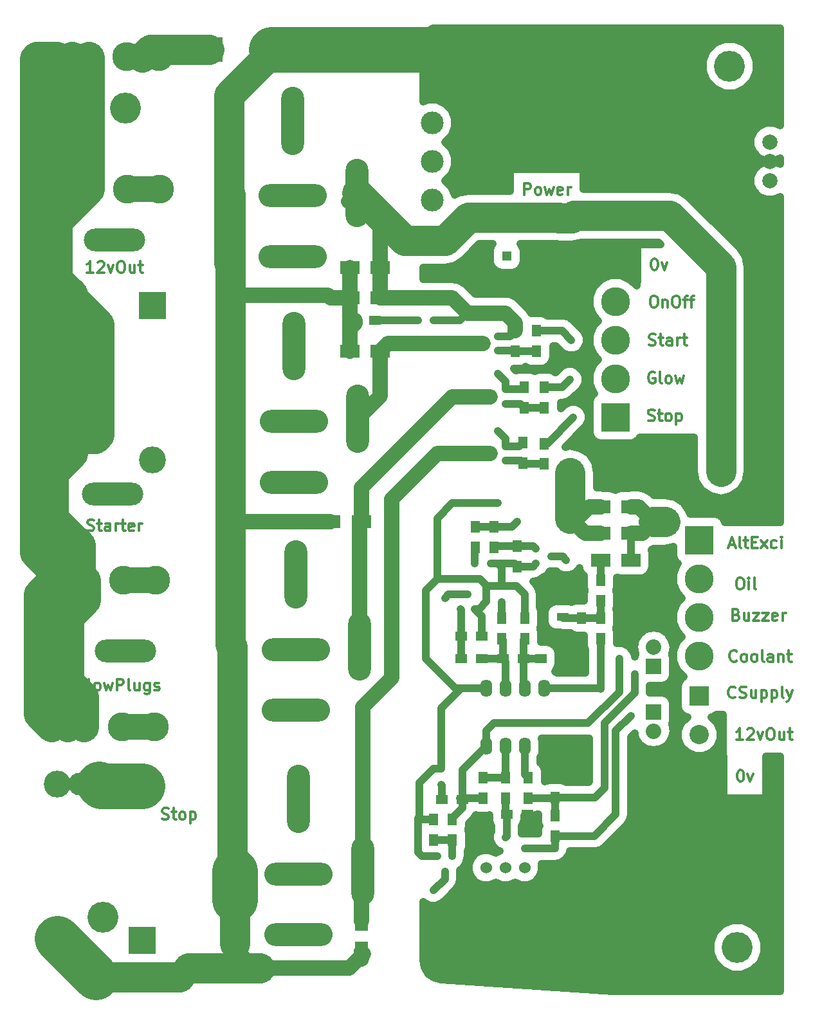
<source format=gbr>
G04 #@! TF.FileFunction,Copper,L1,Top,Signal*
%FSLAX46Y46*%
G04 Gerber Fmt 4.6, Leading zero omitted, Abs format (unit mm)*
G04 Created by KiCad (PCBNEW 4.0.6) date Saturday, 02 July 2022 'AMt' 09:59:53*
%MOMM*%
%LPD*%
G01*
G04 APERTURE LIST*
%ADD10C,0.100000*%
%ADD11C,0.300000*%
%ADD12R,1.250000X1.500000*%
%ADD13C,1.300000*%
%ADD14R,1.300000X1.300000*%
%ADD15R,3.600000X3.200000*%
%ADD16R,1.500000X1.300000*%
%ADD17R,1.300000X1.500000*%
%ADD18C,1.998980*%
%ADD19O,1.600000X2.300000*%
%ADD20O,8.000000X3.000000*%
%ADD21C,3.000000*%
%ADD22C,3.540760*%
%ADD23R,3.540760X3.540760*%
%ADD24O,3.000000X9.000000*%
%ADD25O,9.000000X3.000000*%
%ADD26C,3.810000*%
%ADD27R,3.810000X3.810000*%
%ADD28C,2.000000*%
%ADD29C,1.524000*%
%ADD30R,2.032000X2.032000*%
%ADD31O,2.032000X2.032000*%
%ADD32R,1.600000X1.000000*%
%ADD33R,0.900000X0.800000*%
%ADD34R,2.500000X1.800000*%
%ADD35R,0.800000X0.900000*%
%ADD36R,1.800000X2.500000*%
%ADD37C,3.800000*%
%ADD38R,3.000000X3.500000*%
%ADD39R,2.540000X2.540000*%
%ADD40C,2.540000*%
%ADD41C,10.000000*%
%ADD42C,4.064000*%
%ADD43C,1.000000*%
%ADD44C,4.000000*%
%ADD45C,6.000000*%
%ADD46C,1.000000*%
%ADD47C,2.000000*%
G04 APERTURE END LIST*
D10*
D11*
X93450001Y40164286D02*
X93378572Y40092857D01*
X93164286Y40021429D01*
X93021429Y40021429D01*
X92807144Y40092857D01*
X92664286Y40235714D01*
X92592858Y40378571D01*
X92521429Y40664286D01*
X92521429Y40878571D01*
X92592858Y41164286D01*
X92664286Y41307143D01*
X92807144Y41450000D01*
X93021429Y41521429D01*
X93164286Y41521429D01*
X93378572Y41450000D01*
X93450001Y41378571D01*
X94021429Y40092857D02*
X94235715Y40021429D01*
X94592858Y40021429D01*
X94735715Y40092857D01*
X94807144Y40164286D01*
X94878572Y40307143D01*
X94878572Y40450000D01*
X94807144Y40592857D01*
X94735715Y40664286D01*
X94592858Y40735714D01*
X94307144Y40807143D01*
X94164286Y40878571D01*
X94092858Y40950000D01*
X94021429Y41092857D01*
X94021429Y41235714D01*
X94092858Y41378571D01*
X94164286Y41450000D01*
X94307144Y41521429D01*
X94664286Y41521429D01*
X94878572Y41450000D01*
X96164286Y41021429D02*
X96164286Y40021429D01*
X95521429Y41021429D02*
X95521429Y40235714D01*
X95592857Y40092857D01*
X95735715Y40021429D01*
X95950000Y40021429D01*
X96092857Y40092857D01*
X96164286Y40164286D01*
X96878572Y41021429D02*
X96878572Y39521429D01*
X96878572Y40950000D02*
X97021429Y41021429D01*
X97307143Y41021429D01*
X97450000Y40950000D01*
X97521429Y40878571D01*
X97592858Y40735714D01*
X97592858Y40307143D01*
X97521429Y40164286D01*
X97450000Y40092857D01*
X97307143Y40021429D01*
X97021429Y40021429D01*
X96878572Y40092857D01*
X98235715Y41021429D02*
X98235715Y39521429D01*
X98235715Y40950000D02*
X98378572Y41021429D01*
X98664286Y41021429D01*
X98807143Y40950000D01*
X98878572Y40878571D01*
X98950001Y40735714D01*
X98950001Y40307143D01*
X98878572Y40164286D01*
X98807143Y40092857D01*
X98664286Y40021429D01*
X98378572Y40021429D01*
X98235715Y40092857D01*
X99807144Y40021429D02*
X99664286Y40092857D01*
X99592858Y40235714D01*
X99592858Y41521429D01*
X100235715Y41021429D02*
X100592858Y40021429D01*
X100950000Y41021429D02*
X100592858Y40021429D01*
X100450000Y39664286D01*
X100378572Y39592857D01*
X100235715Y39521429D01*
X7628571Y42450000D02*
X7485714Y42521429D01*
X7271428Y42521429D01*
X7057143Y42450000D01*
X6914285Y42307143D01*
X6842857Y42164286D01*
X6771428Y41878571D01*
X6771428Y41664286D01*
X6842857Y41378571D01*
X6914285Y41235714D01*
X7057143Y41092857D01*
X7271428Y41021429D01*
X7414285Y41021429D01*
X7628571Y41092857D01*
X7700000Y41164286D01*
X7700000Y41664286D01*
X7414285Y41664286D01*
X8557143Y41021429D02*
X8414285Y41092857D01*
X8342857Y41235714D01*
X8342857Y42521429D01*
X9342857Y41021429D02*
X9199999Y41092857D01*
X9128571Y41164286D01*
X9057142Y41307143D01*
X9057142Y41735714D01*
X9128571Y41878571D01*
X9199999Y41950000D01*
X9342857Y42021429D01*
X9557142Y42021429D01*
X9699999Y41950000D01*
X9771428Y41878571D01*
X9842857Y41735714D01*
X9842857Y41307143D01*
X9771428Y41164286D01*
X9699999Y41092857D01*
X9557142Y41021429D01*
X9342857Y41021429D01*
X10342857Y42021429D02*
X10628571Y41021429D01*
X10914285Y41735714D01*
X11200000Y41021429D01*
X11485714Y42021429D01*
X12057143Y41021429D02*
X12057143Y42521429D01*
X12628571Y42521429D01*
X12771429Y42450000D01*
X12842857Y42378571D01*
X12914286Y42235714D01*
X12914286Y42021429D01*
X12842857Y41878571D01*
X12771429Y41807143D01*
X12628571Y41735714D01*
X12057143Y41735714D01*
X13771429Y41021429D02*
X13628571Y41092857D01*
X13557143Y41235714D01*
X13557143Y42521429D01*
X14985714Y42021429D02*
X14985714Y41021429D01*
X14342857Y42021429D02*
X14342857Y41235714D01*
X14414285Y41092857D01*
X14557143Y41021429D01*
X14771428Y41021429D01*
X14914285Y41092857D01*
X14985714Y41164286D01*
X16342857Y42021429D02*
X16342857Y40807143D01*
X16271428Y40664286D01*
X16200000Y40592857D01*
X16057143Y40521429D01*
X15842857Y40521429D01*
X15700000Y40592857D01*
X16342857Y41092857D02*
X16200000Y41021429D01*
X15914286Y41021429D01*
X15771428Y41092857D01*
X15700000Y41164286D01*
X15628571Y41307143D01*
X15628571Y41735714D01*
X15700000Y41878571D01*
X15771428Y41950000D01*
X15914286Y42021429D01*
X16200000Y42021429D01*
X16342857Y41950000D01*
X16985714Y41092857D02*
X17128571Y41021429D01*
X17414286Y41021429D01*
X17557143Y41092857D01*
X17628571Y41235714D01*
X17628571Y41307143D01*
X17557143Y41450000D01*
X17414286Y41521429D01*
X17200000Y41521429D01*
X17057143Y41592857D01*
X16985714Y41735714D01*
X16985714Y41807143D01*
X17057143Y41950000D01*
X17200000Y42021429D01*
X17414286Y42021429D01*
X17557143Y41950000D01*
X82732143Y97871429D02*
X82875000Y97871429D01*
X83017857Y97800000D01*
X83089286Y97728571D01*
X83160715Y97585714D01*
X83232143Y97300000D01*
X83232143Y96942857D01*
X83160715Y96657143D01*
X83089286Y96514286D01*
X83017857Y96442857D01*
X82875000Y96371429D01*
X82732143Y96371429D01*
X82589286Y96442857D01*
X82517857Y96514286D01*
X82446429Y96657143D01*
X82375000Y96942857D01*
X82375000Y97300000D01*
X82446429Y97585714D01*
X82517857Y97728571D01*
X82589286Y97800000D01*
X82732143Y97871429D01*
X83732143Y97371429D02*
X84089286Y96371429D01*
X84446428Y97371429D01*
X17985714Y24092857D02*
X18200000Y24021429D01*
X18557143Y24021429D01*
X18700000Y24092857D01*
X18771429Y24164286D01*
X18842857Y24307143D01*
X18842857Y24450000D01*
X18771429Y24592857D01*
X18700000Y24664286D01*
X18557143Y24735714D01*
X18271429Y24807143D01*
X18128571Y24878571D01*
X18057143Y24950000D01*
X17985714Y25092857D01*
X17985714Y25235714D01*
X18057143Y25378571D01*
X18128571Y25450000D01*
X18271429Y25521429D01*
X18628571Y25521429D01*
X18842857Y25450000D01*
X19271428Y25021429D02*
X19842857Y25021429D01*
X19485714Y25521429D02*
X19485714Y24235714D01*
X19557142Y24092857D01*
X19700000Y24021429D01*
X19842857Y24021429D01*
X20557143Y24021429D02*
X20414285Y24092857D01*
X20342857Y24164286D01*
X20271428Y24307143D01*
X20271428Y24735714D01*
X20342857Y24878571D01*
X20414285Y24950000D01*
X20557143Y25021429D01*
X20771428Y25021429D01*
X20914285Y24950000D01*
X20985714Y24878571D01*
X21057143Y24735714D01*
X21057143Y24307143D01*
X20985714Y24164286D01*
X20914285Y24092857D01*
X20771428Y24021429D01*
X20557143Y24021429D01*
X21700000Y25021429D02*
X21700000Y23521429D01*
X21700000Y24950000D02*
X21842857Y25021429D01*
X22128571Y25021429D01*
X22271428Y24950000D01*
X22342857Y24878571D01*
X22414286Y24735714D01*
X22414286Y24307143D01*
X22342857Y24164286D01*
X22271428Y24092857D01*
X22128571Y24021429D01*
X21842857Y24021429D01*
X21700000Y24092857D01*
X8164286Y62092857D02*
X8378572Y62021429D01*
X8735715Y62021429D01*
X8878572Y62092857D01*
X8950001Y62164286D01*
X9021429Y62307143D01*
X9021429Y62450000D01*
X8950001Y62592857D01*
X8878572Y62664286D01*
X8735715Y62735714D01*
X8450001Y62807143D01*
X8307143Y62878571D01*
X8235715Y62950000D01*
X8164286Y63092857D01*
X8164286Y63235714D01*
X8235715Y63378571D01*
X8307143Y63450000D01*
X8450001Y63521429D01*
X8807143Y63521429D01*
X9021429Y63450000D01*
X9450000Y63021429D02*
X10021429Y63021429D01*
X9664286Y63521429D02*
X9664286Y62235714D01*
X9735714Y62092857D01*
X9878572Y62021429D01*
X10021429Y62021429D01*
X11164286Y62021429D02*
X11164286Y62807143D01*
X11092857Y62950000D01*
X10950000Y63021429D01*
X10664286Y63021429D01*
X10521429Y62950000D01*
X11164286Y62092857D02*
X11021429Y62021429D01*
X10664286Y62021429D01*
X10521429Y62092857D01*
X10450000Y62235714D01*
X10450000Y62378571D01*
X10521429Y62521429D01*
X10664286Y62592857D01*
X11021429Y62592857D01*
X11164286Y62664286D01*
X11878572Y62021429D02*
X11878572Y63021429D01*
X11878572Y62735714D02*
X11950000Y62878571D01*
X12021429Y62950000D01*
X12164286Y63021429D01*
X12307143Y63021429D01*
X12592857Y63021429D02*
X13164286Y63021429D01*
X12807143Y63521429D02*
X12807143Y62235714D01*
X12878571Y62092857D01*
X13021429Y62021429D01*
X13164286Y62021429D01*
X14235714Y62092857D02*
X14092857Y62021429D01*
X13807143Y62021429D01*
X13664286Y62092857D01*
X13592857Y62235714D01*
X13592857Y62807143D01*
X13664286Y62950000D01*
X13807143Y63021429D01*
X14092857Y63021429D01*
X14235714Y62950000D01*
X14307143Y62807143D01*
X14307143Y62664286D01*
X13592857Y62521429D01*
X14950000Y62021429D02*
X14950000Y63021429D01*
X14950000Y62735714D02*
X15021428Y62878571D01*
X15092857Y62950000D01*
X15235714Y63021429D01*
X15378571Y63021429D01*
X8950000Y96021429D02*
X8092857Y96021429D01*
X8521429Y96021429D02*
X8521429Y97521429D01*
X8378572Y97307143D01*
X8235714Y97164286D01*
X8092857Y97092857D01*
X9521428Y97378571D02*
X9592857Y97450000D01*
X9735714Y97521429D01*
X10092857Y97521429D01*
X10235714Y97450000D01*
X10307143Y97378571D01*
X10378571Y97235714D01*
X10378571Y97092857D01*
X10307143Y96878571D01*
X9450000Y96021429D01*
X10378571Y96021429D01*
X10878571Y97021429D02*
X11235714Y96021429D01*
X11592856Y97021429D01*
X12449999Y97521429D02*
X12735713Y97521429D01*
X12878571Y97450000D01*
X13021428Y97307143D01*
X13092856Y97021429D01*
X13092856Y96521429D01*
X13021428Y96235714D01*
X12878571Y96092857D01*
X12735713Y96021429D01*
X12449999Y96021429D01*
X12307142Y96092857D01*
X12164285Y96235714D01*
X12092856Y96521429D01*
X12092856Y97021429D01*
X12164285Y97307143D01*
X12307142Y97450000D01*
X12449999Y97521429D01*
X14378571Y97021429D02*
X14378571Y96021429D01*
X13735714Y97021429D02*
X13735714Y96235714D01*
X13807142Y96092857D01*
X13950000Y96021429D01*
X14164285Y96021429D01*
X14307142Y96092857D01*
X14378571Y96164286D01*
X14878571Y97021429D02*
X15450000Y97021429D01*
X15092857Y97521429D02*
X15092857Y96235714D01*
X15164285Y96092857D01*
X15307143Y96021429D01*
X15450000Y96021429D01*
X81960714Y76567857D02*
X82175000Y76496429D01*
X82532143Y76496429D01*
X82675000Y76567857D01*
X82746429Y76639286D01*
X82817857Y76782143D01*
X82817857Y76925000D01*
X82746429Y77067857D01*
X82675000Y77139286D01*
X82532143Y77210714D01*
X82246429Y77282143D01*
X82103571Y77353571D01*
X82032143Y77425000D01*
X81960714Y77567857D01*
X81960714Y77710714D01*
X82032143Y77853571D01*
X82103571Y77925000D01*
X82246429Y77996429D01*
X82603571Y77996429D01*
X82817857Y77925000D01*
X83246428Y77496429D02*
X83817857Y77496429D01*
X83460714Y77996429D02*
X83460714Y76710714D01*
X83532142Y76567857D01*
X83675000Y76496429D01*
X83817857Y76496429D01*
X84532143Y76496429D02*
X84389285Y76567857D01*
X84317857Y76639286D01*
X84246428Y76782143D01*
X84246428Y77210714D01*
X84317857Y77353571D01*
X84389285Y77425000D01*
X84532143Y77496429D01*
X84746428Y77496429D01*
X84889285Y77425000D01*
X84960714Y77353571D01*
X85032143Y77210714D01*
X85032143Y76782143D01*
X84960714Y76639286D01*
X84889285Y76567857D01*
X84746428Y76496429D01*
X84532143Y76496429D01*
X85675000Y77496429D02*
X85675000Y75996429D01*
X85675000Y77425000D02*
X85817857Y77496429D01*
X86103571Y77496429D01*
X86246428Y77425000D01*
X86317857Y77353571D01*
X86389286Y77210714D01*
X86389286Y76782143D01*
X86317857Y76639286D01*
X86246428Y76567857D01*
X86103571Y76496429D01*
X85817857Y76496429D01*
X85675000Y76567857D01*
X82835714Y82875000D02*
X82692857Y82946429D01*
X82478571Y82946429D01*
X82264286Y82875000D01*
X82121428Y82732143D01*
X82050000Y82589286D01*
X81978571Y82303571D01*
X81978571Y82089286D01*
X82050000Y81803571D01*
X82121428Y81660714D01*
X82264286Y81517857D01*
X82478571Y81446429D01*
X82621428Y81446429D01*
X82835714Y81517857D01*
X82907143Y81589286D01*
X82907143Y82089286D01*
X82621428Y82089286D01*
X83764286Y81446429D02*
X83621428Y81517857D01*
X83550000Y81660714D01*
X83550000Y82946429D01*
X84550000Y81446429D02*
X84407142Y81517857D01*
X84335714Y81589286D01*
X84264285Y81732143D01*
X84264285Y82160714D01*
X84335714Y82303571D01*
X84407142Y82375000D01*
X84550000Y82446429D01*
X84764285Y82446429D01*
X84907142Y82375000D01*
X84978571Y82303571D01*
X85050000Y82160714D01*
X85050000Y81732143D01*
X84978571Y81589286D01*
X84907142Y81517857D01*
X84764285Y81446429D01*
X84550000Y81446429D01*
X85550000Y82446429D02*
X85835714Y81446429D01*
X86121428Y82160714D01*
X86407143Y81446429D01*
X86692857Y82446429D01*
X82096429Y86492857D02*
X82310715Y86421429D01*
X82667858Y86421429D01*
X82810715Y86492857D01*
X82882144Y86564286D01*
X82953572Y86707143D01*
X82953572Y86850000D01*
X82882144Y86992857D01*
X82810715Y87064286D01*
X82667858Y87135714D01*
X82382144Y87207143D01*
X82239286Y87278571D01*
X82167858Y87350000D01*
X82096429Y87492857D01*
X82096429Y87635714D01*
X82167858Y87778571D01*
X82239286Y87850000D01*
X82382144Y87921429D01*
X82739286Y87921429D01*
X82953572Y87850000D01*
X83382143Y87421429D02*
X83953572Y87421429D01*
X83596429Y87921429D02*
X83596429Y86635714D01*
X83667857Y86492857D01*
X83810715Y86421429D01*
X83953572Y86421429D01*
X85096429Y86421429D02*
X85096429Y87207143D01*
X85025000Y87350000D01*
X84882143Y87421429D01*
X84596429Y87421429D01*
X84453572Y87350000D01*
X85096429Y86492857D02*
X84953572Y86421429D01*
X84596429Y86421429D01*
X84453572Y86492857D01*
X84382143Y86635714D01*
X84382143Y86778571D01*
X84453572Y86921429D01*
X84596429Y86992857D01*
X84953572Y86992857D01*
X85096429Y87064286D01*
X85810715Y86421429D02*
X85810715Y87421429D01*
X85810715Y87135714D02*
X85882143Y87278571D01*
X85953572Y87350000D01*
X86096429Y87421429D01*
X86239286Y87421429D01*
X86525000Y87421429D02*
X87096429Y87421429D01*
X86739286Y87921429D02*
X86739286Y86635714D01*
X86810714Y86492857D01*
X86953572Y86421429D01*
X87096429Y86421429D01*
X82585714Y92971429D02*
X82871428Y92971429D01*
X83014286Y92900000D01*
X83157143Y92757143D01*
X83228571Y92471429D01*
X83228571Y91971429D01*
X83157143Y91685714D01*
X83014286Y91542857D01*
X82871428Y91471429D01*
X82585714Y91471429D01*
X82442857Y91542857D01*
X82300000Y91685714D01*
X82228571Y91971429D01*
X82228571Y92471429D01*
X82300000Y92757143D01*
X82442857Y92900000D01*
X82585714Y92971429D01*
X83871429Y92471429D02*
X83871429Y91471429D01*
X83871429Y92328571D02*
X83942857Y92400000D01*
X84085715Y92471429D01*
X84300000Y92471429D01*
X84442857Y92400000D01*
X84514286Y92257143D01*
X84514286Y91471429D01*
X85514286Y92971429D02*
X85800000Y92971429D01*
X85942858Y92900000D01*
X86085715Y92757143D01*
X86157143Y92471429D01*
X86157143Y91971429D01*
X86085715Y91685714D01*
X85942858Y91542857D01*
X85800000Y91471429D01*
X85514286Y91471429D01*
X85371429Y91542857D01*
X85228572Y91685714D01*
X85157143Y91971429D01*
X85157143Y92471429D01*
X85228572Y92757143D01*
X85371429Y92900000D01*
X85514286Y92971429D01*
X86585715Y92471429D02*
X87157144Y92471429D01*
X86800001Y91471429D02*
X86800001Y92757143D01*
X86871429Y92900000D01*
X87014287Y92971429D01*
X87157144Y92971429D01*
X87442858Y92471429D02*
X88014287Y92471429D01*
X87657144Y91471429D02*
X87657144Y92757143D01*
X87728572Y92900000D01*
X87871430Y92971429D01*
X88014287Y92971429D01*
X65660715Y106271429D02*
X65660715Y107771429D01*
X66232143Y107771429D01*
X66375001Y107700000D01*
X66446429Y107628571D01*
X66517858Y107485714D01*
X66517858Y107271429D01*
X66446429Y107128571D01*
X66375001Y107057143D01*
X66232143Y106985714D01*
X65660715Y106985714D01*
X67375001Y106271429D02*
X67232143Y106342857D01*
X67160715Y106414286D01*
X67089286Y106557143D01*
X67089286Y106985714D01*
X67160715Y107128571D01*
X67232143Y107200000D01*
X67375001Y107271429D01*
X67589286Y107271429D01*
X67732143Y107200000D01*
X67803572Y107128571D01*
X67875001Y106985714D01*
X67875001Y106557143D01*
X67803572Y106414286D01*
X67732143Y106342857D01*
X67589286Y106271429D01*
X67375001Y106271429D01*
X68375001Y107271429D02*
X68660715Y106271429D01*
X68946429Y106985714D01*
X69232144Y106271429D01*
X69517858Y107271429D01*
X70660715Y106342857D02*
X70517858Y106271429D01*
X70232144Y106271429D01*
X70089287Y106342857D01*
X70017858Y106485714D01*
X70017858Y107057143D01*
X70089287Y107200000D01*
X70232144Y107271429D01*
X70517858Y107271429D01*
X70660715Y107200000D01*
X70732144Y107057143D01*
X70732144Y106914286D01*
X70017858Y106771429D01*
X71375001Y106271429D02*
X71375001Y107271429D01*
X71375001Y106985714D02*
X71446429Y107128571D01*
X71517858Y107200000D01*
X71660715Y107271429D01*
X71803572Y107271429D01*
X94057143Y30521429D02*
X94200000Y30521429D01*
X94342857Y30450000D01*
X94414286Y30378571D01*
X94485715Y30235714D01*
X94557143Y29950000D01*
X94557143Y29592857D01*
X94485715Y29307143D01*
X94414286Y29164286D01*
X94342857Y29092857D01*
X94200000Y29021429D01*
X94057143Y29021429D01*
X93914286Y29092857D01*
X93842857Y29164286D01*
X93771429Y29307143D01*
X93700000Y29592857D01*
X93700000Y29950000D01*
X93771429Y30235714D01*
X93842857Y30378571D01*
X93914286Y30450000D01*
X94057143Y30521429D01*
X95057143Y30021429D02*
X95414286Y29021429D01*
X95771428Y30021429D01*
X94450000Y34521429D02*
X93592857Y34521429D01*
X94021429Y34521429D02*
X94021429Y36021429D01*
X93878572Y35807143D01*
X93735714Y35664286D01*
X93592857Y35592857D01*
X95021428Y35878571D02*
X95092857Y35950000D01*
X95235714Y36021429D01*
X95592857Y36021429D01*
X95735714Y35950000D01*
X95807143Y35878571D01*
X95878571Y35735714D01*
X95878571Y35592857D01*
X95807143Y35378571D01*
X94950000Y34521429D01*
X95878571Y34521429D01*
X96378571Y35521429D02*
X96735714Y34521429D01*
X97092856Y35521429D01*
X97949999Y36021429D02*
X98235713Y36021429D01*
X98378571Y35950000D01*
X98521428Y35807143D01*
X98592856Y35521429D01*
X98592856Y35021429D01*
X98521428Y34735714D01*
X98378571Y34592857D01*
X98235713Y34521429D01*
X97949999Y34521429D01*
X97807142Y34592857D01*
X97664285Y34735714D01*
X97592856Y35021429D01*
X97592856Y35521429D01*
X97664285Y35807143D01*
X97807142Y35950000D01*
X97949999Y36021429D01*
X99878571Y35521429D02*
X99878571Y34521429D01*
X99235714Y35521429D02*
X99235714Y34735714D01*
X99307142Y34592857D01*
X99450000Y34521429D01*
X99664285Y34521429D01*
X99807142Y34592857D01*
X99878571Y34664286D01*
X100378571Y35521429D02*
X100950000Y35521429D01*
X100592857Y36021429D02*
X100592857Y34735714D01*
X100664285Y34592857D01*
X100807143Y34521429D01*
X100950000Y34521429D01*
X93628572Y44964286D02*
X93557143Y44892857D01*
X93342857Y44821429D01*
X93200000Y44821429D01*
X92985715Y44892857D01*
X92842857Y45035714D01*
X92771429Y45178571D01*
X92700000Y45464286D01*
X92700000Y45678571D01*
X92771429Y45964286D01*
X92842857Y46107143D01*
X92985715Y46250000D01*
X93200000Y46321429D01*
X93342857Y46321429D01*
X93557143Y46250000D01*
X93628572Y46178571D01*
X94485715Y44821429D02*
X94342857Y44892857D01*
X94271429Y44964286D01*
X94200000Y45107143D01*
X94200000Y45535714D01*
X94271429Y45678571D01*
X94342857Y45750000D01*
X94485715Y45821429D01*
X94700000Y45821429D01*
X94842857Y45750000D01*
X94914286Y45678571D01*
X94985715Y45535714D01*
X94985715Y45107143D01*
X94914286Y44964286D01*
X94842857Y44892857D01*
X94700000Y44821429D01*
X94485715Y44821429D01*
X95842858Y44821429D02*
X95700000Y44892857D01*
X95628572Y44964286D01*
X95557143Y45107143D01*
X95557143Y45535714D01*
X95628572Y45678571D01*
X95700000Y45750000D01*
X95842858Y45821429D01*
X96057143Y45821429D01*
X96200000Y45750000D01*
X96271429Y45678571D01*
X96342858Y45535714D01*
X96342858Y45107143D01*
X96271429Y44964286D01*
X96200000Y44892857D01*
X96057143Y44821429D01*
X95842858Y44821429D01*
X97200001Y44821429D02*
X97057143Y44892857D01*
X96985715Y45035714D01*
X96985715Y46321429D01*
X98414286Y44821429D02*
X98414286Y45607143D01*
X98342857Y45750000D01*
X98200000Y45821429D01*
X97914286Y45821429D01*
X97771429Y45750000D01*
X98414286Y44892857D02*
X98271429Y44821429D01*
X97914286Y44821429D01*
X97771429Y44892857D01*
X97700000Y45035714D01*
X97700000Y45178571D01*
X97771429Y45321429D01*
X97914286Y45392857D01*
X98271429Y45392857D01*
X98414286Y45464286D01*
X99128572Y45821429D02*
X99128572Y44821429D01*
X99128572Y45678571D02*
X99200000Y45750000D01*
X99342858Y45821429D01*
X99557143Y45821429D01*
X99700000Y45750000D01*
X99771429Y45607143D01*
X99771429Y44821429D01*
X100271429Y45821429D02*
X100842858Y45821429D01*
X100485715Y46321429D02*
X100485715Y45035714D01*
X100557143Y44892857D01*
X100700001Y44821429D01*
X100842858Y44821429D01*
X93582143Y50982143D02*
X93796429Y50910714D01*
X93867857Y50839286D01*
X93939286Y50696429D01*
X93939286Y50482143D01*
X93867857Y50339286D01*
X93796429Y50267857D01*
X93653571Y50196429D01*
X93082143Y50196429D01*
X93082143Y51696429D01*
X93582143Y51696429D01*
X93725000Y51625000D01*
X93796429Y51553571D01*
X93867857Y51410714D01*
X93867857Y51267857D01*
X93796429Y51125000D01*
X93725000Y51053571D01*
X93582143Y50982143D01*
X93082143Y50982143D01*
X95225000Y51196429D02*
X95225000Y50196429D01*
X94582143Y51196429D02*
X94582143Y50410714D01*
X94653571Y50267857D01*
X94796429Y50196429D01*
X95010714Y50196429D01*
X95153571Y50267857D01*
X95225000Y50339286D01*
X95796429Y51196429D02*
X96582143Y51196429D01*
X95796429Y50196429D01*
X96582143Y50196429D01*
X97010715Y51196429D02*
X97796429Y51196429D01*
X97010715Y50196429D01*
X97796429Y50196429D01*
X98939286Y50267857D02*
X98796429Y50196429D01*
X98510715Y50196429D01*
X98367858Y50267857D01*
X98296429Y50410714D01*
X98296429Y50982143D01*
X98367858Y51125000D01*
X98510715Y51196429D01*
X98796429Y51196429D01*
X98939286Y51125000D01*
X99010715Y50982143D01*
X99010715Y50839286D01*
X98296429Y50696429D01*
X99653572Y50196429D02*
X99653572Y51196429D01*
X99653572Y50910714D02*
X99725000Y51053571D01*
X99796429Y51125000D01*
X99939286Y51196429D01*
X100082143Y51196429D01*
X93932143Y55846429D02*
X94217857Y55846429D01*
X94360715Y55775000D01*
X94503572Y55632143D01*
X94575000Y55346429D01*
X94575000Y54846429D01*
X94503572Y54560714D01*
X94360715Y54417857D01*
X94217857Y54346429D01*
X93932143Y54346429D01*
X93789286Y54417857D01*
X93646429Y54560714D01*
X93575000Y54846429D01*
X93575000Y55346429D01*
X93646429Y55632143D01*
X93789286Y55775000D01*
X93932143Y55846429D01*
X95217858Y54346429D02*
X95217858Y55346429D01*
X95217858Y55846429D02*
X95146429Y55775000D01*
X95217858Y55703571D01*
X95289286Y55775000D01*
X95217858Y55846429D01*
X95217858Y55703571D01*
X96146430Y54346429D02*
X96003572Y54417857D01*
X95932144Y54560714D01*
X95932144Y55846429D01*
X92635714Y60175000D02*
X93350000Y60175000D01*
X92492857Y59746429D02*
X92992857Y61246429D01*
X93492857Y59746429D01*
X94207143Y59746429D02*
X94064285Y59817857D01*
X93992857Y59960714D01*
X93992857Y61246429D01*
X94564285Y60746429D02*
X95135714Y60746429D01*
X94778571Y61246429D02*
X94778571Y59960714D01*
X94849999Y59817857D01*
X94992857Y59746429D01*
X95135714Y59746429D01*
X95635714Y60532143D02*
X96135714Y60532143D01*
X96350000Y59746429D02*
X95635714Y59746429D01*
X95635714Y61246429D01*
X96350000Y61246429D01*
X96850000Y59746429D02*
X97635714Y60746429D01*
X96850000Y60746429D02*
X97635714Y59746429D01*
X98850000Y59817857D02*
X98707143Y59746429D01*
X98421429Y59746429D01*
X98278571Y59817857D01*
X98207143Y59889286D01*
X98135714Y60032143D01*
X98135714Y60460714D01*
X98207143Y60603571D01*
X98278571Y60675000D01*
X98421429Y60746429D01*
X98707143Y60746429D01*
X98850000Y60675000D01*
X99492857Y59746429D02*
X99492857Y60746429D01*
X99492857Y61246429D02*
X99421428Y61175000D01*
X99492857Y61103571D01*
X99564285Y61175000D01*
X99492857Y61246429D01*
X99492857Y61103571D01*
D12*
X69700000Y29450000D03*
X69700000Y26950000D03*
D13*
X63350000Y94700000D03*
D14*
X63350000Y98200000D03*
D15*
X24200000Y125400000D03*
X32400000Y125400000D03*
D16*
X63350000Y24700000D03*
X66050000Y24700000D03*
D17*
X73200000Y50550000D03*
X73200000Y47850000D03*
X66200000Y29550000D03*
X66200000Y26850000D03*
X63200000Y29550000D03*
X63200000Y26850000D03*
D16*
X60050000Y45200000D03*
X57350000Y45200000D03*
D18*
X71700000Y69700000D03*
X91700000Y69700000D03*
D17*
X67263000Y88365000D03*
X67263000Y85665000D03*
X68300000Y73525000D03*
X68300000Y70825000D03*
X68275000Y80900000D03*
X68275000Y78200000D03*
X75700000Y52850000D03*
X75700000Y55550000D03*
X60200000Y26850000D03*
X60200000Y29550000D03*
X64469000Y85665000D03*
X64469000Y88365000D03*
X65500000Y70950000D03*
X65500000Y73650000D03*
X65650000Y78250000D03*
X65650000Y80950000D03*
D16*
X57550000Y26700000D03*
X54850000Y26700000D03*
D17*
X56200000Y24050000D03*
X56200000Y21350000D03*
X53700000Y21350000D03*
X53700000Y24050000D03*
X59200000Y59850000D03*
X59200000Y62550000D03*
X61700000Y59850000D03*
X61700000Y62550000D03*
X64700000Y60050000D03*
X64700000Y57350000D03*
D19*
X60700000Y33700000D03*
X63240000Y33700000D03*
X65780000Y33700000D03*
X68320000Y33700000D03*
X68320000Y41320000D03*
X65780000Y41320000D03*
X63240000Y41320000D03*
X60700000Y41320000D03*
D20*
X11750000Y100350000D03*
D21*
X9210000Y100350000D03*
X14290000Y100350000D03*
D17*
X69700000Y21850000D03*
X69700000Y24550000D03*
D22*
X16702540Y71380000D03*
D23*
X16702540Y91700000D03*
D22*
X15397460Y28420000D03*
D23*
X15397460Y8100000D03*
D22*
X4197460Y28720000D03*
D23*
X4197460Y8400000D03*
D16*
X46050000Y89700000D03*
X43350000Y89700000D03*
D24*
X43600000Y106525000D03*
X26800000Y106525000D03*
X35200000Y116025000D03*
D25*
X35200000Y106125000D03*
X35200000Y98125000D03*
D24*
X43750000Y76825000D03*
X26950000Y76825000D03*
X35350000Y86325000D03*
D25*
X35350000Y76425000D03*
X35350000Y68425000D03*
D24*
X44375000Y17250000D03*
X27575000Y17250000D03*
X35975000Y26750000D03*
D25*
X35975000Y16850000D03*
X35975000Y8850000D03*
D24*
X44000000Y46800000D03*
X27200000Y46800000D03*
X35600000Y56300000D03*
D25*
X35600000Y46400000D03*
X35600000Y38400000D03*
D26*
X77700000Y82070000D03*
X77700000Y87150000D03*
D27*
X77700000Y76990000D03*
D26*
X77700000Y92230000D03*
X77700000Y97310000D03*
D20*
X11450000Y66900000D03*
D21*
X13990000Y66900000D03*
X8910000Y66900000D03*
D20*
X9700000Y28700000D03*
D21*
X12240000Y28700000D03*
X7160000Y28700000D03*
D28*
X97985000Y110675000D03*
X97985000Y113215000D03*
X97985000Y108135000D03*
D21*
X53535000Y110675000D03*
X53535000Y115755000D03*
X53535000Y105595000D03*
D29*
X63160000Y17700000D03*
X60620000Y17700000D03*
X65700000Y17700000D03*
D20*
X13200000Y46200000D03*
D21*
X10660000Y46200000D03*
X15740000Y46200000D03*
D30*
X82700000Y44200000D03*
D31*
X82700000Y46740000D03*
D30*
X82700000Y38200000D03*
D31*
X82700000Y35660000D03*
D17*
X65700000Y50550000D03*
X65700000Y47850000D03*
X75700000Y47850000D03*
X75700000Y50550000D03*
D16*
X67850000Y45200000D03*
X70550000Y45200000D03*
X62850000Y45200000D03*
X65550000Y45200000D03*
D17*
X62700000Y50550000D03*
X62700000Y47850000D03*
D16*
X57350000Y48200000D03*
X60050000Y48200000D03*
D32*
X70700000Y50700000D03*
X70700000Y47700000D03*
D33*
X62700000Y54750000D03*
X62700000Y52650000D03*
D34*
X42700000Y92700000D03*
X46700000Y92700000D03*
D35*
X61250000Y57700000D03*
X59150000Y57700000D03*
D34*
X40200000Y63200000D03*
X44200000Y63200000D03*
X75700000Y65200000D03*
X79700000Y65200000D03*
D36*
X44200000Y6700000D03*
X44200000Y10700000D03*
D34*
X42700000Y85700000D03*
X46700000Y85700000D03*
X42700000Y96700000D03*
X46700000Y96700000D03*
D35*
X53750000Y89700000D03*
X51650000Y89700000D03*
D34*
X79700000Y58200000D03*
X75700000Y58200000D03*
X75700000Y61700000D03*
X79700000Y61700000D03*
D33*
X62200000Y85750000D03*
X62200000Y87650000D03*
X60200000Y86700000D03*
X63200000Y71250000D03*
X63200000Y73150000D03*
X61200000Y72200000D03*
X63200000Y78750000D03*
X63200000Y80650000D03*
X61200000Y79700000D03*
D35*
X57250000Y51700000D03*
X59150000Y51700000D03*
X58200000Y53700000D03*
X56150000Y19200000D03*
X54250000Y19200000D03*
X55200000Y17200000D03*
D33*
X67200000Y59650000D03*
X67200000Y57750000D03*
X69200000Y58700000D03*
D37*
X4075000Y124475000D03*
X8325000Y124475000D03*
X13325000Y124475000D03*
X17575000Y124475000D03*
D38*
X15475000Y124475000D03*
X6175000Y124475000D03*
D37*
X4150000Y107000000D03*
X8400000Y107000000D03*
X13400000Y107000000D03*
X17650000Y107000000D03*
D38*
X15550000Y107000000D03*
X6250000Y107000000D03*
D37*
X3650000Y55550000D03*
X7900000Y55550000D03*
X12900000Y55550000D03*
X17150000Y55550000D03*
D38*
X15050000Y55550000D03*
X5750000Y55550000D03*
D37*
X3450000Y36200000D03*
X7700000Y36200000D03*
X12700000Y36200000D03*
X16950000Y36200000D03*
D38*
X14850000Y36200000D03*
X5550000Y36200000D03*
D33*
X54700000Y30750000D03*
X54700000Y28650000D03*
D26*
X88700000Y55740000D03*
X88700000Y50660000D03*
D27*
X88700000Y60820000D03*
D26*
X88700000Y45580000D03*
D39*
X88700000Y40280000D03*
D40*
X88700000Y35200000D03*
X88700000Y30120000D03*
D41*
X76200000Y10700000D03*
X6200000Y80200000D03*
D42*
X93700000Y7200000D03*
X10200000Y11200000D03*
X92700000Y123200000D03*
X13200000Y117700000D03*
D43*
X66200000Y22200000D03*
X72700000Y44700000D03*
X80200000Y43200000D03*
X62200000Y65700000D03*
X62200000Y75200000D03*
X62200000Y82700000D03*
D28*
X62700000Y90700000D03*
X63200000Y90700000D03*
D43*
X84200000Y63200000D03*
X72125000Y76975000D03*
X71675000Y81950000D03*
X53700000Y14700000D03*
X55200000Y53200000D03*
X71200000Y58200000D03*
X64700000Y63200000D03*
X15400000Y124375000D03*
X78200000Y45200000D03*
X71850000Y87150000D03*
X63200000Y21700000D03*
X79700000Y37700000D03*
X65700000Y20200000D03*
D44*
X26800000Y106525000D02*
X26800000Y97300000D01*
D45*
X32400000Y125400000D02*
X66900000Y125400000D01*
X66900000Y125400000D02*
X67200000Y125700000D01*
D46*
X66050000Y24700000D02*
X66050000Y22350000D01*
X66050000Y22350000D02*
X66200000Y22200000D01*
X70550000Y45200000D02*
X72200000Y45200000D01*
X72200000Y45200000D02*
X72700000Y44700000D01*
X68320000Y33700000D02*
X68320000Y30830000D01*
X68320000Y30830000D02*
X69700000Y29450000D01*
X70700000Y47700000D02*
X70700000Y45350000D01*
X70700000Y45350000D02*
X70550000Y45200000D01*
X73200000Y47850000D02*
X70850000Y47850000D01*
X70850000Y47850000D02*
X70700000Y47700000D01*
D47*
X43350000Y89700000D02*
X43350000Y89350000D01*
X43350000Y89350000D02*
X42700000Y88700000D01*
X42700000Y85700000D02*
X42700000Y88700000D01*
X42700000Y88700000D02*
X42700000Y92700000D01*
X40200000Y63200000D02*
X27038700Y63200000D01*
X27038700Y63200000D02*
X26950000Y63288700D01*
X42700000Y92700000D02*
X40200000Y92700000D01*
X39829800Y93070200D02*
X26950000Y93070200D01*
X40200000Y92700000D02*
X39829800Y93070200D01*
X42700000Y96700000D02*
X42700000Y92700000D01*
X44200000Y6700000D02*
X44200000Y5700000D01*
D45*
X27575000Y17250000D02*
X27575000Y13426700D01*
X4197460Y8400000D02*
X9272460Y3325000D01*
D47*
X42626300Y4475000D02*
X30825000Y4475000D01*
X44455100Y6303800D02*
X42626300Y4475000D01*
D44*
X26950000Y76825000D02*
X26950000Y63288700D01*
X26950000Y63288700D02*
X26950000Y47050000D01*
X26950000Y47050000D02*
X27200000Y46800000D01*
D46*
X32400000Y125400000D02*
X32400000Y124950000D01*
D44*
X32400000Y124950000D02*
X26800000Y119350000D01*
X26800000Y119350000D02*
X26800000Y106525000D01*
X26800000Y106525000D02*
X26800000Y103050000D01*
X26950000Y76825000D02*
X26950000Y93070200D01*
X26950000Y93070200D02*
X26950000Y106375000D01*
D46*
X26950000Y106375000D02*
X26800000Y106525000D01*
D44*
X30825000Y4475000D02*
X21425000Y4475000D01*
X20275000Y3325000D02*
X9272460Y3325000D01*
D46*
X21425000Y4475000D02*
X20275000Y3325000D01*
D44*
X27575000Y7725000D02*
X27575000Y17250000D01*
D46*
X30825000Y4475000D02*
X27575000Y7725000D01*
D44*
X27200000Y46800000D02*
X27200000Y17625000D01*
D46*
X27200000Y17625000D02*
X27575000Y17250000D01*
X69700000Y26950000D02*
X74949998Y26950000D01*
X80200000Y40700000D02*
X80200000Y43200000D01*
X76199998Y36699998D02*
X80200000Y40700000D01*
X76199998Y28200000D02*
X76199998Y36699998D01*
X74949998Y26950000D02*
X76199998Y28200000D01*
X69700000Y24550000D02*
X69700000Y26950000D01*
X66200000Y26850000D02*
X69600000Y26850000D01*
X69600000Y26850000D02*
X69700000Y26950000D01*
X54200000Y55700000D02*
X54200000Y63700000D01*
X56200000Y65700000D02*
X62200000Y65700000D01*
X54200000Y63700000D02*
X56200000Y65700000D01*
X57320000Y41320000D02*
X56580000Y41320000D01*
X59800000Y55700000D02*
X60750000Y54750000D01*
X54200000Y55700000D02*
X59800000Y55700000D01*
X52700000Y54200000D02*
X54200000Y55700000D01*
X52700000Y45200000D02*
X52700000Y54200000D01*
X56580000Y41320000D02*
X52700000Y45200000D01*
X54700000Y30750000D02*
X54700000Y38700000D01*
X57320000Y41320000D02*
X60700000Y41320000D01*
X54700000Y38700000D02*
X57320000Y41320000D01*
X51850000Y24050000D02*
X51850000Y28850000D01*
X53750000Y30750000D02*
X54700000Y30750000D01*
X51850000Y28850000D02*
X53750000Y30750000D01*
X54250000Y19200000D02*
X52200000Y19200000D01*
X51850000Y24050000D02*
X53700000Y24050000D01*
X51700000Y24200000D02*
X51850000Y24050000D01*
X51700000Y19700000D02*
X51700000Y24200000D01*
X52200000Y19200000D02*
X51700000Y19700000D01*
X65700000Y50550000D02*
X65700000Y53700000D01*
X64650000Y54750000D02*
X62700000Y54750000D01*
X65700000Y53700000D02*
X64650000Y54750000D01*
X64700000Y57350000D02*
X66800000Y57350000D01*
X66800000Y57350000D02*
X67200000Y57750000D01*
X61700000Y57700000D02*
X64350000Y57700000D01*
X64350000Y57700000D02*
X64700000Y57350000D01*
X62700000Y54750000D02*
X62700000Y57200000D01*
X62200000Y57700000D02*
X61700000Y57700000D01*
X61700000Y57700000D02*
X61250000Y57700000D01*
X62700000Y57200000D02*
X62200000Y57700000D01*
X59150000Y51700000D02*
X59700000Y51700000D01*
X59700000Y51700000D02*
X60700000Y52700000D01*
X60700000Y52700000D02*
X60700000Y54700000D01*
X60700000Y54700000D02*
X60750000Y54750000D01*
X60750000Y54750000D02*
X62700000Y54750000D01*
X60050000Y48200000D02*
X60050000Y50800000D01*
X60050000Y50800000D02*
X59150000Y51700000D01*
D44*
X58300000Y103300000D02*
X55200000Y100200000D01*
X55200000Y100200000D02*
X49925000Y100200000D01*
X49925000Y100200000D02*
X43600000Y106525000D01*
X71887500Y103237500D02*
X70262500Y103237500D01*
X70262500Y103237500D02*
X70200000Y103300000D01*
X70200000Y103300000D02*
X58300000Y103300000D01*
X91525000Y69825000D02*
X91525000Y96800000D01*
D46*
X72175000Y103525000D02*
X71887500Y103237500D01*
D44*
X84800000Y103525000D02*
X72175000Y103525000D01*
X91525000Y96800000D02*
X84800000Y103525000D01*
D46*
X63200000Y73150000D02*
X63200000Y74200000D01*
X63200000Y74200000D02*
X62200000Y75200000D01*
X63200000Y80650000D02*
X63200000Y81700000D01*
X63200000Y81700000D02*
X62200000Y82700000D01*
D47*
X63200000Y90700000D02*
X62700000Y90700000D01*
D46*
X53750000Y89700000D02*
X57200000Y89700000D01*
X57200000Y89700000D02*
X58200000Y90700000D01*
D47*
X46700000Y96700000D02*
X46700000Y103425000D01*
X46700000Y103425000D02*
X43600000Y106525000D01*
X46700000Y92700000D02*
X56200000Y92700000D01*
X64469000Y89431000D02*
X64469000Y88365000D01*
X63200000Y90700000D02*
X64469000Y89431000D01*
X58200000Y90700000D02*
X63200000Y90700000D01*
X56200000Y92700000D02*
X58200000Y90700000D01*
X46700000Y92700000D02*
X46700000Y96700000D01*
D46*
X62200000Y87650000D02*
X63754000Y87650000D01*
X63754000Y87650000D02*
X64469000Y88365000D01*
X63200000Y80650000D02*
X65350000Y80650000D01*
X65350000Y80650000D02*
X65650000Y80950000D01*
X63200000Y73150000D02*
X65000000Y73150000D01*
X65000000Y73150000D02*
X65500000Y73650000D01*
D47*
X43700000Y106425000D02*
X43600000Y106525000D01*
X42499300Y105424300D02*
X43600000Y106525000D01*
D46*
X65625000Y80925000D02*
X65650000Y80950000D01*
X62700000Y50550000D02*
X62700000Y52650000D01*
X54850000Y26700000D02*
X54850000Y28500000D01*
X54850000Y28500000D02*
X54700000Y28650000D01*
X59150000Y57700000D02*
X59150000Y59800000D01*
X59150000Y59800000D02*
X59200000Y59850000D01*
X79700000Y61700000D02*
X79700000Y58200000D01*
D47*
X79700000Y61700000D02*
X81200000Y61700000D01*
X81200000Y61700000D02*
X82700000Y63200000D01*
X79700000Y65200000D02*
X80700000Y65200000D01*
X80700000Y65200000D02*
X82700000Y63200000D01*
D44*
X84200000Y63200000D02*
X82700000Y63200000D01*
D47*
X60200000Y86700000D02*
X47700000Y86700000D01*
X47700000Y86700000D02*
X46700000Y85700000D01*
X46700000Y85700000D02*
X46700000Y79775000D01*
X46700000Y79775000D02*
X43750000Y76825000D01*
X44375000Y17250000D02*
X44375000Y38875000D01*
X54200000Y72200000D02*
X61200000Y72200000D01*
X48200000Y66200000D02*
X54200000Y72200000D01*
X48200000Y42700000D02*
X48200000Y66200000D01*
X44375000Y38875000D02*
X48200000Y42700000D01*
X44200000Y10700000D02*
X44200000Y17075000D01*
X44200000Y17075000D02*
X44375000Y17250000D01*
X44200000Y63200000D02*
X44200000Y67700000D01*
X56200000Y79700000D02*
X61200000Y79700000D01*
X44200000Y67700000D02*
X56200000Y79700000D01*
X44000000Y46800000D02*
X44000000Y63000000D01*
X44000000Y63000000D02*
X44200000Y63200000D01*
X43700000Y47100000D02*
X44000000Y46800000D01*
X43921700Y46878300D02*
X44000000Y46800000D01*
D46*
X68300000Y73525000D02*
X68675000Y73525000D01*
X68675000Y73525000D02*
X72125000Y76975000D01*
X68275000Y80900000D02*
X70625000Y80900000D01*
X70625000Y80900000D02*
X71675000Y81950000D01*
X55200000Y17200000D02*
X55200000Y16200000D01*
X55200000Y16200000D02*
X53700000Y14700000D01*
X58200000Y53700000D02*
X55700000Y53700000D01*
X55700000Y53700000D02*
X55200000Y53200000D01*
X69200000Y58700000D02*
X70700000Y58700000D01*
X70700000Y58700000D02*
X71200000Y58200000D01*
X64050000Y62550000D02*
X61700000Y62550000D01*
X64700000Y63200000D02*
X64050000Y62550000D01*
X59200000Y62550000D02*
X61700000Y62550000D01*
X65780000Y33700000D02*
X65780000Y29970000D01*
X65780000Y29970000D02*
X66200000Y29550000D01*
X63200000Y29550000D02*
X60200000Y29550000D01*
X63240000Y33700000D02*
X63240000Y29590000D01*
X63240000Y29590000D02*
X63200000Y29550000D01*
D45*
X15397460Y28420000D02*
X9980000Y28420000D01*
X9980000Y28420000D02*
X9700000Y28700000D01*
X9680000Y28720000D02*
X9700000Y28700000D01*
D46*
X46050000Y89700000D02*
X51650000Y89700000D01*
D44*
X15400000Y124375000D02*
X16425000Y125400000D01*
X16425000Y125400000D02*
X24200000Y125400000D01*
X5550000Y36200000D02*
X5550000Y42050000D01*
X5550000Y42050000D02*
X5700000Y42200000D01*
X5750000Y55550000D02*
X5750000Y53750000D01*
X5750000Y53750000D02*
X4200000Y52200000D01*
X7700000Y36200000D02*
X7700000Y40200000D01*
X7900000Y52900000D02*
X7900000Y55550000D01*
X5700000Y50700000D02*
X7900000Y52900000D01*
X5700000Y42200000D02*
X5700000Y50700000D01*
X7700000Y40200000D02*
X5700000Y42200000D01*
X3650000Y55550000D02*
X3550000Y55550000D01*
X3550000Y55550000D02*
X1700000Y53700000D01*
X1700000Y37950000D02*
X3450000Y36200000D01*
X1700000Y53700000D02*
X1700000Y37950000D01*
X9700000Y74700000D02*
X9700000Y88700000D01*
X6200000Y92200000D02*
X6700000Y92200000D01*
X9200000Y74200000D02*
X6200000Y74200000D01*
X9700000Y74700000D02*
X9200000Y74200000D01*
X9700000Y89200000D02*
X9700000Y88700000D01*
X6700000Y92200000D02*
X9700000Y89200000D01*
X4075000Y124475000D02*
X1475000Y124475000D01*
X1200000Y124200000D02*
X1200000Y104050000D01*
X1475000Y124475000D02*
X1200000Y124200000D01*
X4150000Y107000000D02*
X4500000Y107000000D01*
X4500000Y107000000D02*
X6175000Y108675000D01*
X6175000Y108675000D02*
X6175000Y124475000D01*
X8400000Y107000000D02*
X8400000Y124400000D01*
X8400000Y124400000D02*
X8325000Y124475000D01*
X4150000Y107000000D02*
X4150000Y124400000D01*
X4150000Y124400000D02*
X4075000Y124475000D01*
X3650000Y55550000D02*
X3650000Y56750000D01*
X3650000Y56750000D02*
X1200000Y59200000D01*
X1200000Y59200000D02*
X1200000Y104050000D01*
X1200000Y104050000D02*
X4150000Y107000000D01*
X3650000Y55550000D02*
X3650000Y106500000D01*
X3650000Y106500000D02*
X4150000Y107000000D01*
X7900000Y55550000D02*
X3650000Y55550000D01*
X3650000Y55550000D02*
X3650000Y63650000D01*
X3650000Y63650000D02*
X3700000Y63700000D01*
X6200000Y80200000D02*
X6200000Y74200000D01*
X6200000Y74200000D02*
X6200000Y72200000D01*
X6200000Y72200000D02*
X3700000Y69700000D01*
X3700000Y69700000D02*
X3700000Y63700000D01*
X7200000Y60200000D02*
X7200000Y56250000D01*
X3700000Y63700000D02*
X7200000Y60200000D01*
X7200000Y56250000D02*
X7900000Y55550000D01*
X6200000Y80200000D02*
X6200000Y92200000D01*
X6200000Y92200000D02*
X6200000Y93200000D01*
X4200000Y102800000D02*
X8400000Y107000000D01*
X4200000Y95200000D02*
X4200000Y102800000D01*
X6200000Y93200000D02*
X4200000Y95200000D01*
D46*
X60700000Y33700000D02*
X60700000Y35700000D01*
X78200000Y40821324D02*
X78200000Y45200000D01*
X74078676Y36700000D02*
X78200000Y40821324D01*
X61700000Y36700000D02*
X74078676Y36700000D01*
X60700000Y35700000D02*
X61700000Y36700000D01*
X56200000Y24050000D02*
X56200000Y24200000D01*
X56200000Y24200000D02*
X57550000Y25550000D01*
X57550000Y25550000D02*
X57550000Y26700000D01*
X57550000Y26700000D02*
X57550000Y30550000D01*
X57550000Y30550000D02*
X60700000Y33700000D01*
X57200000Y26850000D02*
X60200000Y26850000D01*
X67263000Y88365000D02*
X70635000Y88365000D01*
X70635000Y88365000D02*
X71850000Y87150000D01*
X63350000Y24700000D02*
X63350000Y21850000D01*
X63350000Y21850000D02*
X63200000Y21700000D01*
X63200000Y26850000D02*
X63200000Y24850000D01*
X63200000Y24850000D02*
X63350000Y24700000D01*
X74850000Y21850000D02*
X69700000Y21850000D01*
X77700000Y24700000D02*
X74850000Y21850000D01*
X77700000Y35700000D02*
X77700000Y24700000D01*
X79700000Y37700000D02*
X77700000Y35700000D01*
X65700000Y20200000D02*
X69700000Y20200000D01*
X69700000Y20200000D02*
X69700000Y21850000D01*
X73200000Y50550000D02*
X70850000Y50550000D01*
X70850000Y50550000D02*
X70700000Y50700000D01*
X75700000Y50550000D02*
X73200000Y50550000D01*
X75700000Y52850000D02*
X75700000Y50550000D01*
X75700000Y58200000D02*
X75700000Y55550000D01*
X62850000Y45200000D02*
X60050000Y45200000D01*
X62850000Y45200000D02*
X62850000Y47700000D01*
X62850000Y47700000D02*
X62700000Y47850000D01*
X63240000Y41320000D02*
X63240000Y44810000D01*
X63240000Y44810000D02*
X62850000Y45200000D01*
X65550000Y45200000D02*
X65550000Y47700000D01*
X65550000Y47700000D02*
X65700000Y47850000D01*
X65550000Y45200000D02*
X65550000Y41550000D01*
X65550000Y41550000D02*
X65780000Y41320000D01*
X67850000Y45200000D02*
X65550000Y45200000D01*
X75700000Y47850000D02*
X75700000Y41200000D01*
X75580000Y41320000D02*
X68320000Y41320000D01*
X75700000Y41200000D02*
X75580000Y41320000D01*
D47*
X71700000Y63700000D02*
X72700000Y63700000D01*
X74200000Y65200000D02*
X75700000Y65200000D01*
X72700000Y63700000D02*
X74200000Y65200000D01*
X71700000Y63700000D02*
X73700000Y61700000D01*
D44*
X71700000Y69700000D02*
X71700000Y63700000D01*
D47*
X73700000Y61700000D02*
X75700000Y61700000D01*
D46*
X62200000Y85750000D02*
X64384000Y85750000D01*
X64384000Y85750000D02*
X64469000Y85665000D01*
X67263000Y85665000D02*
X64469000Y85665000D01*
X63200000Y71250000D02*
X65200000Y71250000D01*
X65200000Y71250000D02*
X65500000Y70950000D01*
X68300000Y70825000D02*
X65625000Y70825000D01*
X65625000Y70825000D02*
X65500000Y70950000D01*
X63200000Y78750000D02*
X65150000Y78750000D01*
X65150000Y78750000D02*
X65650000Y78250000D01*
X68275000Y78200000D02*
X65700000Y78200000D01*
X65700000Y78200000D02*
X65650000Y78250000D01*
X57350000Y48200000D02*
X57350000Y51600000D01*
X57350000Y51600000D02*
X57250000Y51700000D01*
X57350000Y45200000D02*
X57350000Y48200000D01*
X56200000Y21350000D02*
X56200000Y19250000D01*
X56200000Y19250000D02*
X56150000Y19200000D01*
X53700000Y21350000D02*
X56200000Y21350000D01*
X64700000Y60050000D02*
X61900000Y60050000D01*
X61900000Y60050000D02*
X61700000Y59850000D01*
X64700000Y60050000D02*
X66800000Y60050000D01*
X66800000Y60050000D02*
X67200000Y59650000D01*
G36*
X85265614Y58915000D02*
X85370207Y58359133D01*
X85698724Y57848604D01*
X85873236Y57729365D01*
X85815065Y57671296D01*
X85295592Y56420268D01*
X85294410Y55065675D01*
X85811698Y53813742D01*
X86424601Y53199769D01*
X85815065Y52591296D01*
X85295592Y51340268D01*
X85294410Y49985675D01*
X85811698Y48733742D01*
X86424601Y48119769D01*
X85815065Y47511296D01*
X85295592Y46260268D01*
X85294410Y44905675D01*
X85811698Y43653742D01*
X86639916Y42824078D01*
X86363604Y42646276D01*
X86021108Y42145017D01*
X85900614Y41550000D01*
X85900614Y39010000D01*
X86005207Y38454133D01*
X86333724Y37943604D01*
X86834983Y37601108D01*
X87125561Y37542264D01*
X86353077Y36771128D01*
X85930481Y35753404D01*
X85929520Y34651430D01*
X86350339Y33632971D01*
X87128872Y32853077D01*
X88146596Y32430481D01*
X89248570Y32429520D01*
X90267029Y32850339D01*
X91046923Y33628872D01*
X91469519Y34646596D01*
X91470480Y35748570D01*
X91049661Y36767029D01*
X90279236Y37538800D01*
X90525867Y37585207D01*
X90937366Y37850000D01*
X91807143Y37850000D01*
X91807143Y32350000D01*
X91914286Y32350000D01*
X91914286Y26850000D01*
X97485714Y26850000D01*
X97485714Y32350000D01*
X99350000Y32350000D01*
X99350000Y1400000D01*
X77329674Y1400000D01*
X54750383Y2953367D01*
X53804471Y3201409D01*
X53054114Y3750781D01*
X52557536Y4537077D01*
X52375000Y5497782D01*
X52375000Y6500524D01*
X90167388Y6500524D01*
X90703970Y5201896D01*
X91696670Y4207462D01*
X92994360Y3668614D01*
X94399476Y3667388D01*
X95698104Y4203970D01*
X96692538Y5196670D01*
X97231386Y6494360D01*
X97232612Y7899476D01*
X96696030Y9198104D01*
X95703330Y10192538D01*
X94405640Y10731386D01*
X93000524Y10732612D01*
X91701896Y10196030D01*
X90707462Y9203330D01*
X90168614Y7905640D01*
X90167388Y6500524D01*
X52375000Y6500524D01*
X52375000Y13196416D01*
X52565612Y13005471D01*
X53300430Y12700348D01*
X53699998Y12699999D01*
X53700002Y12699999D01*
X54096079Y12699654D01*
X54831429Y13003494D01*
X55394529Y13565612D01*
X55394876Y13566449D01*
X56614211Y14785784D01*
X56614214Y14785786D01*
X57047759Y15434633D01*
X57200000Y16200000D01*
X57200000Y17200000D01*
X57167239Y17364699D01*
X57616396Y17653724D01*
X57958892Y18154983D01*
X58016032Y18437151D01*
X58047759Y18484633D01*
X58137270Y18934633D01*
X58200001Y19250000D01*
X58200000Y19250005D01*
X58200000Y19918792D01*
X58258892Y20004983D01*
X58379386Y20600000D01*
X58379386Y22100000D01*
X58274793Y22655867D01*
X58250804Y22693146D01*
X58258892Y22704983D01*
X58379386Y23300000D01*
X58379386Y23550959D01*
X58964211Y24135784D01*
X58964214Y24135786D01*
X59289944Y24623277D01*
X59550000Y24570614D01*
X60850000Y24570614D01*
X61070614Y24612125D01*
X61070614Y24050000D01*
X61175207Y23494133D01*
X61350000Y23222497D01*
X61350000Y22459972D01*
X61200348Y22099570D01*
X61199654Y21303921D01*
X61503494Y20568571D01*
X62065612Y20005471D01*
X62440027Y19850001D01*
X61889002Y19622321D01*
X61071914Y19961606D01*
X60172034Y19962392D01*
X59340354Y19618748D01*
X58703488Y18982993D01*
X58358394Y18151914D01*
X58357608Y17252034D01*
X58701252Y16420354D01*
X59337007Y15783488D01*
X60168086Y15438394D01*
X61067966Y15437608D01*
X61890998Y15777679D01*
X62708086Y15438394D01*
X63607966Y15437608D01*
X64430998Y15777679D01*
X65248086Y15438394D01*
X66147966Y15437608D01*
X66979646Y15781252D01*
X67616512Y16417007D01*
X67961606Y17248086D01*
X67962392Y18147966D01*
X67940892Y18200000D01*
X69700000Y18200000D01*
X70465367Y18352241D01*
X71114214Y18785786D01*
X71547759Y19434633D01*
X71630381Y19850000D01*
X74849995Y19850000D01*
X74850000Y19849999D01*
X75615367Y20002241D01*
X76264214Y20435786D01*
X79114211Y23285784D01*
X79114214Y23285786D01*
X79547759Y23934633D01*
X79600544Y24200000D01*
X79700001Y24700000D01*
X79700000Y24700005D01*
X79700000Y34871572D01*
X80193395Y35364967D01*
X80326228Y34697168D01*
X80871628Y33880919D01*
X81687877Y33335519D01*
X82650709Y33144000D01*
X82749291Y33144000D01*
X83712123Y33335519D01*
X84528372Y33880919D01*
X85073772Y34697168D01*
X85265291Y35660000D01*
X85090513Y36538668D01*
X85124892Y36588983D01*
X85245386Y37184000D01*
X85245386Y39216000D01*
X85140793Y39771867D01*
X84812276Y40282396D01*
X84311017Y40624892D01*
X83716000Y40745386D01*
X82200000Y40745386D01*
X82200000Y41654614D01*
X83716000Y41654614D01*
X84271867Y41759207D01*
X84782396Y42087724D01*
X85124892Y42588983D01*
X85245386Y43184000D01*
X85245386Y45216000D01*
X85140793Y45771867D01*
X85088792Y45852679D01*
X85265291Y46740000D01*
X85073772Y47702832D01*
X84528372Y48519081D01*
X83712123Y49064481D01*
X82749291Y49256000D01*
X82650709Y49256000D01*
X81687877Y49064481D01*
X80871628Y48519081D01*
X80326228Y47702832D01*
X80134709Y46740000D01*
X80309487Y45861332D01*
X80275108Y45811017D01*
X80200211Y45441164D01*
X80200346Y45596079D01*
X79896506Y46331429D01*
X79334388Y46894529D01*
X78599570Y47199652D01*
X77879386Y47200280D01*
X77879386Y48600000D01*
X77774793Y49155867D01*
X77750804Y49193146D01*
X77758892Y49204983D01*
X77879386Y49800000D01*
X77879386Y51300000D01*
X77801358Y51714686D01*
X77879386Y52100000D01*
X77879386Y53600000D01*
X77774793Y54155867D01*
X77750804Y54193146D01*
X77758892Y54204983D01*
X77879386Y54800000D01*
X77879386Y55886166D01*
X78450000Y55770614D01*
X80950000Y55770614D01*
X81505867Y55875207D01*
X82016396Y56203724D01*
X82358892Y56704983D01*
X82479386Y57300000D01*
X82479386Y59100000D01*
X82394825Y59549405D01*
X82638511Y59712231D01*
X82700000Y59700000D01*
X84200000Y59700000D01*
X85265614Y59911964D01*
X85265614Y58915000D01*
X85265614Y58915000D01*
G37*
X85265614Y58915000D02*
X85370207Y58359133D01*
X85698724Y57848604D01*
X85873236Y57729365D01*
X85815065Y57671296D01*
X85295592Y56420268D01*
X85294410Y55065675D01*
X85811698Y53813742D01*
X86424601Y53199769D01*
X85815065Y52591296D01*
X85295592Y51340268D01*
X85294410Y49985675D01*
X85811698Y48733742D01*
X86424601Y48119769D01*
X85815065Y47511296D01*
X85295592Y46260268D01*
X85294410Y44905675D01*
X85811698Y43653742D01*
X86639916Y42824078D01*
X86363604Y42646276D01*
X86021108Y42145017D01*
X85900614Y41550000D01*
X85900614Y39010000D01*
X86005207Y38454133D01*
X86333724Y37943604D01*
X86834983Y37601108D01*
X87125561Y37542264D01*
X86353077Y36771128D01*
X85930481Y35753404D01*
X85929520Y34651430D01*
X86350339Y33632971D01*
X87128872Y32853077D01*
X88146596Y32430481D01*
X89248570Y32429520D01*
X90267029Y32850339D01*
X91046923Y33628872D01*
X91469519Y34646596D01*
X91470480Y35748570D01*
X91049661Y36767029D01*
X90279236Y37538800D01*
X90525867Y37585207D01*
X90937366Y37850000D01*
X91807143Y37850000D01*
X91807143Y32350000D01*
X91914286Y32350000D01*
X91914286Y26850000D01*
X97485714Y26850000D01*
X97485714Y32350000D01*
X99350000Y32350000D01*
X99350000Y1400000D01*
X77329674Y1400000D01*
X54750383Y2953367D01*
X53804471Y3201409D01*
X53054114Y3750781D01*
X52557536Y4537077D01*
X52375000Y5497782D01*
X52375000Y6500524D01*
X90167388Y6500524D01*
X90703970Y5201896D01*
X91696670Y4207462D01*
X92994360Y3668614D01*
X94399476Y3667388D01*
X95698104Y4203970D01*
X96692538Y5196670D01*
X97231386Y6494360D01*
X97232612Y7899476D01*
X96696030Y9198104D01*
X95703330Y10192538D01*
X94405640Y10731386D01*
X93000524Y10732612D01*
X91701896Y10196030D01*
X90707462Y9203330D01*
X90168614Y7905640D01*
X90167388Y6500524D01*
X52375000Y6500524D01*
X52375000Y13196416D01*
X52565612Y13005471D01*
X53300430Y12700348D01*
X53699998Y12699999D01*
X53700002Y12699999D01*
X54096079Y12699654D01*
X54831429Y13003494D01*
X55394529Y13565612D01*
X55394876Y13566449D01*
X56614211Y14785784D01*
X56614214Y14785786D01*
X57047759Y15434633D01*
X57200000Y16200000D01*
X57200000Y17200000D01*
X57167239Y17364699D01*
X57616396Y17653724D01*
X57958892Y18154983D01*
X58016032Y18437151D01*
X58047759Y18484633D01*
X58137270Y18934633D01*
X58200001Y19250000D01*
X58200000Y19250005D01*
X58200000Y19918792D01*
X58258892Y20004983D01*
X58379386Y20600000D01*
X58379386Y22100000D01*
X58274793Y22655867D01*
X58250804Y22693146D01*
X58258892Y22704983D01*
X58379386Y23300000D01*
X58379386Y23550959D01*
X58964211Y24135784D01*
X58964214Y24135786D01*
X59289944Y24623277D01*
X59550000Y24570614D01*
X60850000Y24570614D01*
X61070614Y24612125D01*
X61070614Y24050000D01*
X61175207Y23494133D01*
X61350000Y23222497D01*
X61350000Y22459972D01*
X61200348Y22099570D01*
X61199654Y21303921D01*
X61503494Y20568571D01*
X62065612Y20005471D01*
X62440027Y19850001D01*
X61889002Y19622321D01*
X61071914Y19961606D01*
X60172034Y19962392D01*
X59340354Y19618748D01*
X58703488Y18982993D01*
X58358394Y18151914D01*
X58357608Y17252034D01*
X58701252Y16420354D01*
X59337007Y15783488D01*
X60168086Y15438394D01*
X61067966Y15437608D01*
X61890998Y15777679D01*
X62708086Y15438394D01*
X63607966Y15437608D01*
X64430998Y15777679D01*
X65248086Y15438394D01*
X66147966Y15437608D01*
X66979646Y15781252D01*
X67616512Y16417007D01*
X67961606Y17248086D01*
X67962392Y18147966D01*
X67940892Y18200000D01*
X69700000Y18200000D01*
X70465367Y18352241D01*
X71114214Y18785786D01*
X71547759Y19434633D01*
X71630381Y19850000D01*
X74849995Y19850000D01*
X74850000Y19849999D01*
X75615367Y20002241D01*
X76264214Y20435786D01*
X79114211Y23285784D01*
X79114214Y23285786D01*
X79547759Y23934633D01*
X79600544Y24200000D01*
X79700001Y24700000D01*
X79700000Y24700005D01*
X79700000Y34871572D01*
X80193395Y35364967D01*
X80326228Y34697168D01*
X80871628Y33880919D01*
X81687877Y33335519D01*
X82650709Y33144000D01*
X82749291Y33144000D01*
X83712123Y33335519D01*
X84528372Y33880919D01*
X85073772Y34697168D01*
X85265291Y35660000D01*
X85090513Y36538668D01*
X85124892Y36588983D01*
X85245386Y37184000D01*
X85245386Y39216000D01*
X85140793Y39771867D01*
X84812276Y40282396D01*
X84311017Y40624892D01*
X83716000Y40745386D01*
X82200000Y40745386D01*
X82200000Y41654614D01*
X83716000Y41654614D01*
X84271867Y41759207D01*
X84782396Y42087724D01*
X85124892Y42588983D01*
X85245386Y43184000D01*
X85245386Y45216000D01*
X85140793Y45771867D01*
X85088792Y45852679D01*
X85265291Y46740000D01*
X85073772Y47702832D01*
X84528372Y48519081D01*
X83712123Y49064481D01*
X82749291Y49256000D01*
X82650709Y49256000D01*
X81687877Y49064481D01*
X80871628Y48519081D01*
X80326228Y47702832D01*
X80134709Y46740000D01*
X80309487Y45861332D01*
X80275108Y45811017D01*
X80200211Y45441164D01*
X80200346Y45596079D01*
X79896506Y46331429D01*
X79334388Y46894529D01*
X78599570Y47199652D01*
X77879386Y47200280D01*
X77879386Y48600000D01*
X77774793Y49155867D01*
X77750804Y49193146D01*
X77758892Y49204983D01*
X77879386Y49800000D01*
X77879386Y51300000D01*
X77801358Y51714686D01*
X77879386Y52100000D01*
X77879386Y53600000D01*
X77774793Y54155867D01*
X77750804Y54193146D01*
X77758892Y54204983D01*
X77879386Y54800000D01*
X77879386Y55886166D01*
X78450000Y55770614D01*
X80950000Y55770614D01*
X81505867Y55875207D01*
X82016396Y56203724D01*
X82358892Y56704983D01*
X82479386Y57300000D01*
X82479386Y59100000D01*
X82394825Y59549405D01*
X82638511Y59712231D01*
X82700000Y59700000D01*
X84200000Y59700000D01*
X85265614Y59911964D01*
X85265614Y58915000D01*
G36*
X67520614Y23800000D02*
X67625207Y23244133D01*
X67649196Y23206854D01*
X67641108Y23195017D01*
X67520614Y22600000D01*
X67520614Y22200000D01*
X65700599Y22200000D01*
X65350000Y22200306D01*
X65350000Y23222437D01*
X65508892Y23454983D01*
X65629386Y24050000D01*
X65629386Y24570614D01*
X66850000Y24570614D01*
X67405867Y24675207D01*
X67520614Y24749045D01*
X67520614Y23800000D01*
X67520614Y23800000D01*
G37*
X67520614Y23800000D02*
X67625207Y23244133D01*
X67649196Y23206854D01*
X67641108Y23195017D01*
X67520614Y22600000D01*
X67520614Y22200000D01*
X65700599Y22200000D01*
X65350000Y22200306D01*
X65350000Y23222437D01*
X65508892Y23454983D01*
X65629386Y24050000D01*
X65629386Y24570614D01*
X66850000Y24570614D01*
X67405867Y24675207D01*
X67520614Y24749045D01*
X67520614Y23800000D01*
G36*
X74199998Y29028428D02*
X74121570Y28950000D01*
X71152563Y28950000D01*
X70920017Y29108892D01*
X70325000Y29229386D01*
X69075000Y29229386D01*
X68519133Y29124793D01*
X68379386Y29034868D01*
X68379386Y30300000D01*
X68274793Y30855867D01*
X67946276Y31366396D01*
X67780000Y31480008D01*
X67780000Y32230950D01*
X67904923Y32417911D01*
X68080000Y33298083D01*
X68080000Y34101917D01*
X67961034Y34700000D01*
X74078671Y34700000D01*
X74078676Y34699999D01*
X74199998Y34724132D01*
X74199998Y29028428D01*
X74199998Y29028428D01*
G37*
X74199998Y29028428D02*
X74121570Y28950000D01*
X71152563Y28950000D01*
X70920017Y29108892D01*
X70325000Y29229386D01*
X69075000Y29229386D01*
X68519133Y29124793D01*
X68379386Y29034868D01*
X68379386Y30300000D01*
X68274793Y30855867D01*
X67946276Y31366396D01*
X67780000Y31480008D01*
X67780000Y32230950D01*
X67904923Y32417911D01*
X68080000Y33298083D01*
X68080000Y34101917D01*
X67961034Y34700000D01*
X74078671Y34700000D01*
X74078676Y34699999D01*
X74199998Y34724132D01*
X74199998Y29028428D01*
G36*
X73025207Y56744133D02*
X73353724Y56233604D01*
X73520614Y56119573D01*
X73520614Y54800000D01*
X73625207Y54244133D01*
X73649196Y54206854D01*
X73641108Y54195017D01*
X73520614Y53600000D01*
X73520614Y52829386D01*
X72550000Y52829386D01*
X71994133Y52724793D01*
X71881281Y52652175D01*
X71500000Y52729386D01*
X69900000Y52729386D01*
X69344133Y52624793D01*
X68833604Y52296276D01*
X68491108Y51795017D01*
X68370614Y51200000D01*
X68370614Y50200000D01*
X68475207Y49644133D01*
X68803724Y49133604D01*
X69304983Y48791108D01*
X69900000Y48670614D01*
X70243632Y48670614D01*
X70850000Y48549999D01*
X70850005Y48550000D01*
X71722437Y48550000D01*
X71954983Y48391108D01*
X72550000Y48270614D01*
X73520614Y48270614D01*
X73520614Y47100000D01*
X73625207Y46544133D01*
X73700000Y46427902D01*
X73700000Y43320000D01*
X69965231Y43320000D01*
X69946346Y43348263D01*
X69704673Y43509744D01*
X70008892Y43954983D01*
X70129386Y44550000D01*
X70129386Y45850000D01*
X70024793Y46405867D01*
X69696276Y46916396D01*
X69195017Y47258892D01*
X68600000Y47379386D01*
X67879386Y47379386D01*
X67879386Y48600000D01*
X67774793Y49155867D01*
X67750804Y49193146D01*
X67758892Y49204983D01*
X67879386Y49800000D01*
X67879386Y51300000D01*
X67774793Y51855867D01*
X67700000Y51972098D01*
X67700000Y53700000D01*
X67547759Y54465367D01*
X67114214Y55114214D01*
X67114211Y55114216D01*
X66865416Y55363011D01*
X67565367Y55502241D01*
X68195447Y55923246D01*
X68205867Y55925207D01*
X68716396Y56253724D01*
X69042702Y56731288D01*
X69200000Y56700000D01*
X69871422Y56700000D01*
X70065612Y56505471D01*
X70800430Y56200348D01*
X71199998Y56199999D01*
X71200002Y56199999D01*
X71596079Y56199654D01*
X72331429Y56503494D01*
X72894529Y57065612D01*
X72942830Y57181933D01*
X73025207Y56744133D01*
X73025207Y56744133D01*
G37*
X73025207Y56744133D02*
X73353724Y56233604D01*
X73520614Y56119573D01*
X73520614Y54800000D01*
X73625207Y54244133D01*
X73649196Y54206854D01*
X73641108Y54195017D01*
X73520614Y53600000D01*
X73520614Y52829386D01*
X72550000Y52829386D01*
X71994133Y52724793D01*
X71881281Y52652175D01*
X71500000Y52729386D01*
X69900000Y52729386D01*
X69344133Y52624793D01*
X68833604Y52296276D01*
X68491108Y51795017D01*
X68370614Y51200000D01*
X68370614Y50200000D01*
X68475207Y49644133D01*
X68803724Y49133604D01*
X69304983Y48791108D01*
X69900000Y48670614D01*
X70243632Y48670614D01*
X70850000Y48549999D01*
X70850005Y48550000D01*
X71722437Y48550000D01*
X71954983Y48391108D01*
X72550000Y48270614D01*
X73520614Y48270614D01*
X73520614Y47100000D01*
X73625207Y46544133D01*
X73700000Y46427902D01*
X73700000Y43320000D01*
X69965231Y43320000D01*
X69946346Y43348263D01*
X69704673Y43509744D01*
X70008892Y43954983D01*
X70129386Y44550000D01*
X70129386Y45850000D01*
X70024793Y46405867D01*
X69696276Y46916396D01*
X69195017Y47258892D01*
X68600000Y47379386D01*
X67879386Y47379386D01*
X67879386Y48600000D01*
X67774793Y49155867D01*
X67750804Y49193146D01*
X67758892Y49204983D01*
X67879386Y49800000D01*
X67879386Y51300000D01*
X67774793Y51855867D01*
X67700000Y51972098D01*
X67700000Y53700000D01*
X67547759Y54465367D01*
X67114214Y55114214D01*
X67114211Y55114216D01*
X66865416Y55363011D01*
X67565367Y55502241D01*
X68195447Y55923246D01*
X68205867Y55925207D01*
X68716396Y56253724D01*
X69042702Y56731288D01*
X69200000Y56700000D01*
X69871422Y56700000D01*
X70065612Y56505471D01*
X70800430Y56200348D01*
X71199998Y56199999D01*
X71200002Y56199999D01*
X71596079Y56199654D01*
X72331429Y56503494D01*
X72894529Y57065612D01*
X72942830Y57181933D01*
X73025207Y56744133D01*
G36*
X99350000Y115355162D02*
X98484462Y115714565D01*
X97489901Y115715433D01*
X96570714Y115335633D01*
X95866839Y114632985D01*
X95485435Y113714462D01*
X95484567Y112719901D01*
X95864367Y111800714D01*
X96567015Y111096839D01*
X97485538Y110715435D01*
X98480099Y110714567D01*
X99350000Y111074002D01*
X99350000Y110275162D01*
X98484462Y110634565D01*
X97489901Y110635433D01*
X96570714Y110255633D01*
X95866839Y109552985D01*
X95485435Y108634462D01*
X95484567Y107639901D01*
X95864367Y106720714D01*
X96567015Y106016839D01*
X97485538Y105635435D01*
X98480099Y105634567D01*
X99350000Y105994002D01*
X99350000Y63125000D01*
X92059121Y63125000D01*
X92029793Y63280867D01*
X91701276Y63791396D01*
X91200017Y64133892D01*
X90605000Y64254386D01*
X87490269Y64254386D01*
X87433578Y64539392D01*
X86674874Y65674874D01*
X85539392Y66433578D01*
X84200000Y66700000D01*
X82735534Y66700000D01*
X82467767Y66967767D01*
X82248595Y67114213D01*
X81656709Y67509699D01*
X80700000Y67700000D01*
X79700000Y67700000D01*
X79344999Y67629386D01*
X78450000Y67629386D01*
X77894133Y67524793D01*
X77702355Y67401387D01*
X77545017Y67508892D01*
X76950000Y67629386D01*
X76055001Y67629386D01*
X75700000Y67700000D01*
X75200000Y67700000D01*
X75200000Y69700000D01*
X74933578Y71039392D01*
X74174874Y72174874D01*
X73039392Y72933578D01*
X71700000Y73200000D01*
X71048920Y73070492D01*
X73538553Y75560126D01*
X73819529Y75840612D01*
X74124652Y76575430D01*
X74125346Y77371079D01*
X73821506Y78106429D01*
X73259388Y78669529D01*
X72524570Y78974652D01*
X72125002Y78975001D01*
X72124998Y78975001D01*
X71728921Y78975346D01*
X70993571Y78671506D01*
X70454386Y78133261D01*
X70454386Y78900000D01*
X70624995Y78900000D01*
X70625000Y78899999D01*
X71390367Y79052241D01*
X72039214Y79485786D01*
X73088553Y80535126D01*
X73369529Y80815612D01*
X73674652Y81550430D01*
X73675346Y82346079D01*
X73371506Y83081429D01*
X72809388Y83644529D01*
X72074570Y83949652D01*
X71278921Y83950346D01*
X70543571Y83646506D01*
X69980471Y83084388D01*
X69980123Y83083551D01*
X69796573Y82900000D01*
X69752563Y82900000D01*
X69520017Y83058892D01*
X68925000Y83179386D01*
X67625000Y83179386D01*
X67069133Y83074793D01*
X67005165Y83033631D01*
X66895017Y83108892D01*
X66300000Y83229386D01*
X65000000Y83229386D01*
X64578375Y83150052D01*
X64342813Y83385614D01*
X65119000Y83385614D01*
X65674867Y83490207D01*
X65863555Y83611624D01*
X66017983Y83506108D01*
X66613000Y83385614D01*
X67913000Y83385614D01*
X68468867Y83490207D01*
X68979396Y83818724D01*
X69321892Y84319983D01*
X69442386Y84915000D01*
X69442386Y86365000D01*
X69806572Y86365000D01*
X70435126Y85736447D01*
X70715612Y85455471D01*
X71450430Y85150348D01*
X72246079Y85149654D01*
X72981429Y85453494D01*
X73544529Y86015612D01*
X73849652Y86750430D01*
X73850346Y87546079D01*
X73546506Y88281429D01*
X72984388Y88844529D01*
X72983550Y88844877D01*
X72049214Y89779214D01*
X71400367Y90212759D01*
X70635000Y90365001D01*
X70634995Y90365000D01*
X68740563Y90365000D01*
X68508017Y90523892D01*
X67913000Y90644386D01*
X66613000Y90644386D01*
X66607841Y90643415D01*
X66236767Y91198767D01*
X64968450Y92467084D01*
X64617985Y92818161D01*
X63699462Y93199565D01*
X62704901Y93200433D01*
X62703853Y93200000D01*
X62701036Y93200000D01*
X62204901Y93200433D01*
X62203853Y93200000D01*
X59235534Y93200000D01*
X57967767Y94467767D01*
X57395715Y94850000D01*
X57156709Y95009699D01*
X56200000Y95200000D01*
X52375000Y95200000D01*
X52375000Y96700000D01*
X55200000Y96700000D01*
X56539392Y96966422D01*
X57674874Y97725126D01*
X59749748Y99800000D01*
X61533658Y99800000D01*
X61291108Y99445017D01*
X61170614Y98850000D01*
X61170614Y97550000D01*
X61275207Y96994133D01*
X61603724Y96483604D01*
X62104983Y96141108D01*
X62700000Y96020614D01*
X64000000Y96020614D01*
X64555867Y96125207D01*
X65066396Y96453724D01*
X65408892Y96954983D01*
X65529386Y97550000D01*
X65529386Y98850000D01*
X65424793Y99405867D01*
X65171175Y99800000D01*
X69948292Y99800000D01*
X70262500Y99737500D01*
X71887500Y99737500D01*
X73226892Y100003922D01*
X73258437Y100025000D01*
X83350252Y100025000D01*
X83625252Y99750000D01*
X80589286Y99750000D01*
X80589286Y94850000D01*
X80442857Y94850000D01*
X80442857Y94301957D01*
X79631296Y95114935D01*
X78380268Y95634408D01*
X77025675Y95635590D01*
X75773742Y95118302D01*
X74815065Y94161296D01*
X74295592Y92910268D01*
X74294410Y91555675D01*
X74811698Y90303742D01*
X75424601Y89689769D01*
X74815065Y89081296D01*
X74295592Y87830268D01*
X74294410Y86475675D01*
X74811698Y85223742D01*
X75424601Y84609769D01*
X74815065Y84001296D01*
X74295592Y82750268D01*
X74294410Y81395675D01*
X74811698Y80143742D01*
X74871870Y80083465D01*
X74728604Y79991276D01*
X74386108Y79490017D01*
X74265614Y78895000D01*
X74265614Y75085000D01*
X74370207Y74529133D01*
X74698724Y74018604D01*
X75199983Y73676108D01*
X75795000Y73555614D01*
X79605000Y73555614D01*
X80160867Y73660207D01*
X80671396Y73988724D01*
X80901164Y74325000D01*
X88025000Y74325000D01*
X88025000Y69825000D01*
X88291422Y68485608D01*
X89050126Y67350126D01*
X90185608Y66591422D01*
X91525000Y66325000D01*
X92864392Y66591422D01*
X93999874Y67350126D01*
X94758578Y68485608D01*
X95025000Y69825000D01*
X95025000Y96800000D01*
X94758578Y98139392D01*
X93999874Y99274874D01*
X87274874Y105999874D01*
X86139392Y106758578D01*
X84800000Y107025000D01*
X73446429Y107025000D01*
X73446429Y109650000D01*
X63803572Y109650000D01*
X63803572Y106800000D01*
X58300000Y106800000D01*
X56960608Y106533578D01*
X56515954Y106236470D01*
X56079759Y107292143D01*
X55237642Y108135731D01*
X56076793Y108973418D01*
X56534478Y110075645D01*
X56535519Y111269119D01*
X56079759Y112372143D01*
X55237642Y113215731D01*
X56076793Y114053418D01*
X56534478Y115155645D01*
X56535519Y116349119D01*
X56079759Y117452143D01*
X55236582Y118296793D01*
X54134355Y118754478D01*
X52940881Y118755519D01*
X52375000Y118521702D01*
X52375000Y122500524D01*
X89167388Y122500524D01*
X89703970Y121201896D01*
X90696670Y120207462D01*
X91994360Y119668614D01*
X93399476Y119667388D01*
X94698104Y120203970D01*
X95692538Y121196670D01*
X96231386Y122494360D01*
X96232612Y123899476D01*
X95696030Y125198104D01*
X94703330Y126192538D01*
X93405640Y126731386D01*
X92000524Y126732612D01*
X90701896Y126196030D01*
X89707462Y125203330D01*
X89168614Y123905640D01*
X89167388Y122500524D01*
X52375000Y122500524D01*
X52375000Y126000753D01*
X52574351Y127002960D01*
X53114160Y127810840D01*
X53621748Y128150000D01*
X99350000Y128150000D01*
X99350000Y115355162D01*
X99350000Y115355162D01*
G37*
X99350000Y115355162D02*
X98484462Y115714565D01*
X97489901Y115715433D01*
X96570714Y115335633D01*
X95866839Y114632985D01*
X95485435Y113714462D01*
X95484567Y112719901D01*
X95864367Y111800714D01*
X96567015Y111096839D01*
X97485538Y110715435D01*
X98480099Y110714567D01*
X99350000Y111074002D01*
X99350000Y110275162D01*
X98484462Y110634565D01*
X97489901Y110635433D01*
X96570714Y110255633D01*
X95866839Y109552985D01*
X95485435Y108634462D01*
X95484567Y107639901D01*
X95864367Y106720714D01*
X96567015Y106016839D01*
X97485538Y105635435D01*
X98480099Y105634567D01*
X99350000Y105994002D01*
X99350000Y63125000D01*
X92059121Y63125000D01*
X92029793Y63280867D01*
X91701276Y63791396D01*
X91200017Y64133892D01*
X90605000Y64254386D01*
X87490269Y64254386D01*
X87433578Y64539392D01*
X86674874Y65674874D01*
X85539392Y66433578D01*
X84200000Y66700000D01*
X82735534Y66700000D01*
X82467767Y66967767D01*
X82248595Y67114213D01*
X81656709Y67509699D01*
X80700000Y67700000D01*
X79700000Y67700000D01*
X79344999Y67629386D01*
X78450000Y67629386D01*
X77894133Y67524793D01*
X77702355Y67401387D01*
X77545017Y67508892D01*
X76950000Y67629386D01*
X76055001Y67629386D01*
X75700000Y67700000D01*
X75200000Y67700000D01*
X75200000Y69700000D01*
X74933578Y71039392D01*
X74174874Y72174874D01*
X73039392Y72933578D01*
X71700000Y73200000D01*
X71048920Y73070492D01*
X73538553Y75560126D01*
X73819529Y75840612D01*
X74124652Y76575430D01*
X74125346Y77371079D01*
X73821506Y78106429D01*
X73259388Y78669529D01*
X72524570Y78974652D01*
X72125002Y78975001D01*
X72124998Y78975001D01*
X71728921Y78975346D01*
X70993571Y78671506D01*
X70454386Y78133261D01*
X70454386Y78900000D01*
X70624995Y78900000D01*
X70625000Y78899999D01*
X71390367Y79052241D01*
X72039214Y79485786D01*
X73088553Y80535126D01*
X73369529Y80815612D01*
X73674652Y81550430D01*
X73675346Y82346079D01*
X73371506Y83081429D01*
X72809388Y83644529D01*
X72074570Y83949652D01*
X71278921Y83950346D01*
X70543571Y83646506D01*
X69980471Y83084388D01*
X69980123Y83083551D01*
X69796573Y82900000D01*
X69752563Y82900000D01*
X69520017Y83058892D01*
X68925000Y83179386D01*
X67625000Y83179386D01*
X67069133Y83074793D01*
X67005165Y83033631D01*
X66895017Y83108892D01*
X66300000Y83229386D01*
X65000000Y83229386D01*
X64578375Y83150052D01*
X64342813Y83385614D01*
X65119000Y83385614D01*
X65674867Y83490207D01*
X65863555Y83611624D01*
X66017983Y83506108D01*
X66613000Y83385614D01*
X67913000Y83385614D01*
X68468867Y83490207D01*
X68979396Y83818724D01*
X69321892Y84319983D01*
X69442386Y84915000D01*
X69442386Y86365000D01*
X69806572Y86365000D01*
X70435126Y85736447D01*
X70715612Y85455471D01*
X71450430Y85150348D01*
X72246079Y85149654D01*
X72981429Y85453494D01*
X73544529Y86015612D01*
X73849652Y86750430D01*
X73850346Y87546079D01*
X73546506Y88281429D01*
X72984388Y88844529D01*
X72983550Y88844877D01*
X72049214Y89779214D01*
X71400367Y90212759D01*
X70635000Y90365001D01*
X70634995Y90365000D01*
X68740563Y90365000D01*
X68508017Y90523892D01*
X67913000Y90644386D01*
X66613000Y90644386D01*
X66607841Y90643415D01*
X66236767Y91198767D01*
X64968450Y92467084D01*
X64617985Y92818161D01*
X63699462Y93199565D01*
X62704901Y93200433D01*
X62703853Y93200000D01*
X62701036Y93200000D01*
X62204901Y93200433D01*
X62203853Y93200000D01*
X59235534Y93200000D01*
X57967767Y94467767D01*
X57395715Y94850000D01*
X57156709Y95009699D01*
X56200000Y95200000D01*
X52375000Y95200000D01*
X52375000Y96700000D01*
X55200000Y96700000D01*
X56539392Y96966422D01*
X57674874Y97725126D01*
X59749748Y99800000D01*
X61533658Y99800000D01*
X61291108Y99445017D01*
X61170614Y98850000D01*
X61170614Y97550000D01*
X61275207Y96994133D01*
X61603724Y96483604D01*
X62104983Y96141108D01*
X62700000Y96020614D01*
X64000000Y96020614D01*
X64555867Y96125207D01*
X65066396Y96453724D01*
X65408892Y96954983D01*
X65529386Y97550000D01*
X65529386Y98850000D01*
X65424793Y99405867D01*
X65171175Y99800000D01*
X69948292Y99800000D01*
X70262500Y99737500D01*
X71887500Y99737500D01*
X73226892Y100003922D01*
X73258437Y100025000D01*
X83350252Y100025000D01*
X83625252Y99750000D01*
X80589286Y99750000D01*
X80589286Y94850000D01*
X80442857Y94850000D01*
X80442857Y94301957D01*
X79631296Y95114935D01*
X78380268Y95634408D01*
X77025675Y95635590D01*
X75773742Y95118302D01*
X74815065Y94161296D01*
X74295592Y92910268D01*
X74294410Y91555675D01*
X74811698Y90303742D01*
X75424601Y89689769D01*
X74815065Y89081296D01*
X74295592Y87830268D01*
X74294410Y86475675D01*
X74811698Y85223742D01*
X75424601Y84609769D01*
X74815065Y84001296D01*
X74295592Y82750268D01*
X74294410Y81395675D01*
X74811698Y80143742D01*
X74871870Y80083465D01*
X74728604Y79991276D01*
X74386108Y79490017D01*
X74265614Y78895000D01*
X74265614Y75085000D01*
X74370207Y74529133D01*
X74698724Y74018604D01*
X75199983Y73676108D01*
X75795000Y73555614D01*
X79605000Y73555614D01*
X80160867Y73660207D01*
X80671396Y73988724D01*
X80901164Y74325000D01*
X88025000Y74325000D01*
X88025000Y69825000D01*
X88291422Y68485608D01*
X89050126Y67350126D01*
X90185608Y66591422D01*
X91525000Y66325000D01*
X92864392Y66591422D01*
X93999874Y67350126D01*
X94758578Y68485608D01*
X95025000Y69825000D01*
X95025000Y96800000D01*
X94758578Y98139392D01*
X93999874Y99274874D01*
X87274874Y105999874D01*
X86139392Y106758578D01*
X84800000Y107025000D01*
X73446429Y107025000D01*
X73446429Y109650000D01*
X63803572Y109650000D01*
X63803572Y106800000D01*
X58300000Y106800000D01*
X56960608Y106533578D01*
X56515954Y106236470D01*
X56079759Y107292143D01*
X55237642Y108135731D01*
X56076793Y108973418D01*
X56534478Y110075645D01*
X56535519Y111269119D01*
X56079759Y112372143D01*
X55237642Y113215731D01*
X56076793Y114053418D01*
X56534478Y115155645D01*
X56535519Y116349119D01*
X56079759Y117452143D01*
X55236582Y118296793D01*
X54134355Y118754478D01*
X52940881Y118755519D01*
X52375000Y118521702D01*
X52375000Y122500524D01*
X89167388Y122500524D01*
X89703970Y121201896D01*
X90696670Y120207462D01*
X91994360Y119668614D01*
X93399476Y119667388D01*
X94698104Y120203970D01*
X95692538Y121196670D01*
X96231386Y122494360D01*
X96232612Y123899476D01*
X95696030Y125198104D01*
X94703330Y126192538D01*
X93405640Y126731386D01*
X92000524Y126732612D01*
X90701896Y126196030D01*
X89707462Y125203330D01*
X89168614Y123905640D01*
X89167388Y122500524D01*
X52375000Y122500524D01*
X52375000Y126000753D01*
X52574351Y127002960D01*
X53114160Y127810840D01*
X53621748Y128150000D01*
X99350000Y128150000D01*
X99350000Y115355162D01*
M02*

</source>
